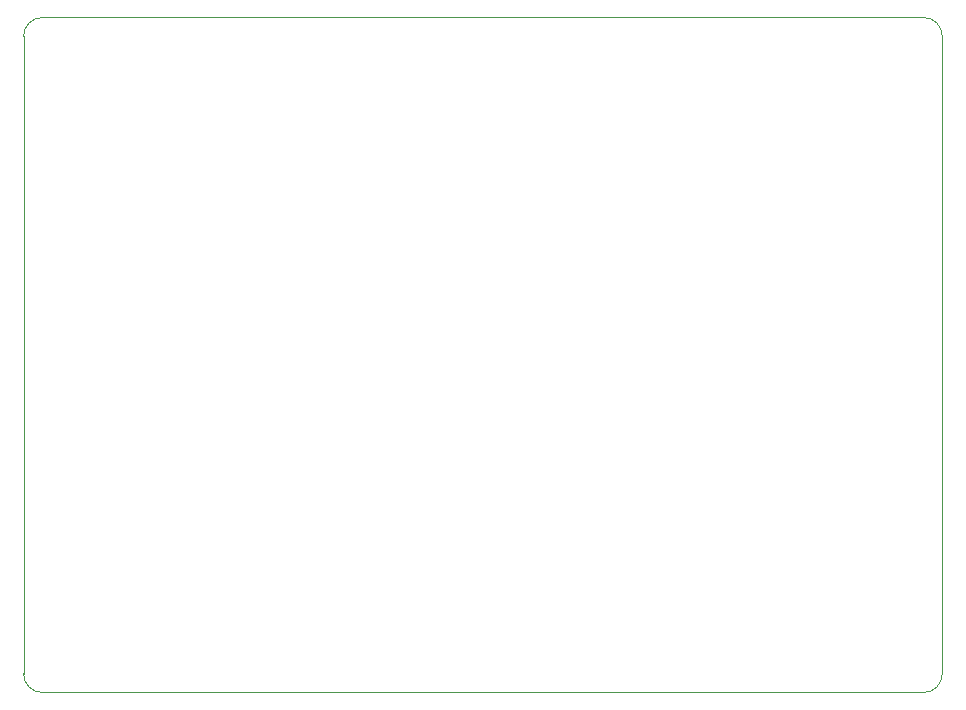
<source format=gm1>
%TF.GenerationSoftware,KiCad,Pcbnew,7.0.5*%
%TF.CreationDate,2023-06-14T14:40:25+08:00*%
%TF.ProjectId,Macropad,4d616372-6f70-4616-942e-6b696361645f,rev?*%
%TF.SameCoordinates,Original*%
%TF.FileFunction,Profile,NP*%
%FSLAX46Y46*%
G04 Gerber Fmt 4.6, Leading zero omitted, Abs format (unit mm)*
G04 Created by KiCad (PCBNEW 7.0.5) date 2023-06-14 14:40:25*
%MOMM*%
%LPD*%
G01*
G04 APERTURE LIST*
%TA.AperFunction,Profile*%
%ADD10C,0.100000*%
%TD*%
G04 APERTURE END LIST*
D10*
X158750000Y-111125000D02*
X158750000Y-57150000D01*
X236537500Y-57150000D02*
G75*
G03*
X234950000Y-55562500I-1587500J0D01*
G01*
X236537500Y-57150000D02*
X236537500Y-111125000D01*
X160337500Y-55562500D02*
G75*
G03*
X158750000Y-57150000I0J-1587500D01*
G01*
X160337500Y-55562500D02*
X234950000Y-55562500D01*
X234950000Y-112712500D02*
X160337500Y-112712500D01*
X234950000Y-112712500D02*
G75*
G03*
X236537500Y-111125000I0J1587500D01*
G01*
X158750000Y-111125000D02*
G75*
G03*
X160337500Y-112712500I1587500J0D01*
G01*
M02*

</source>
